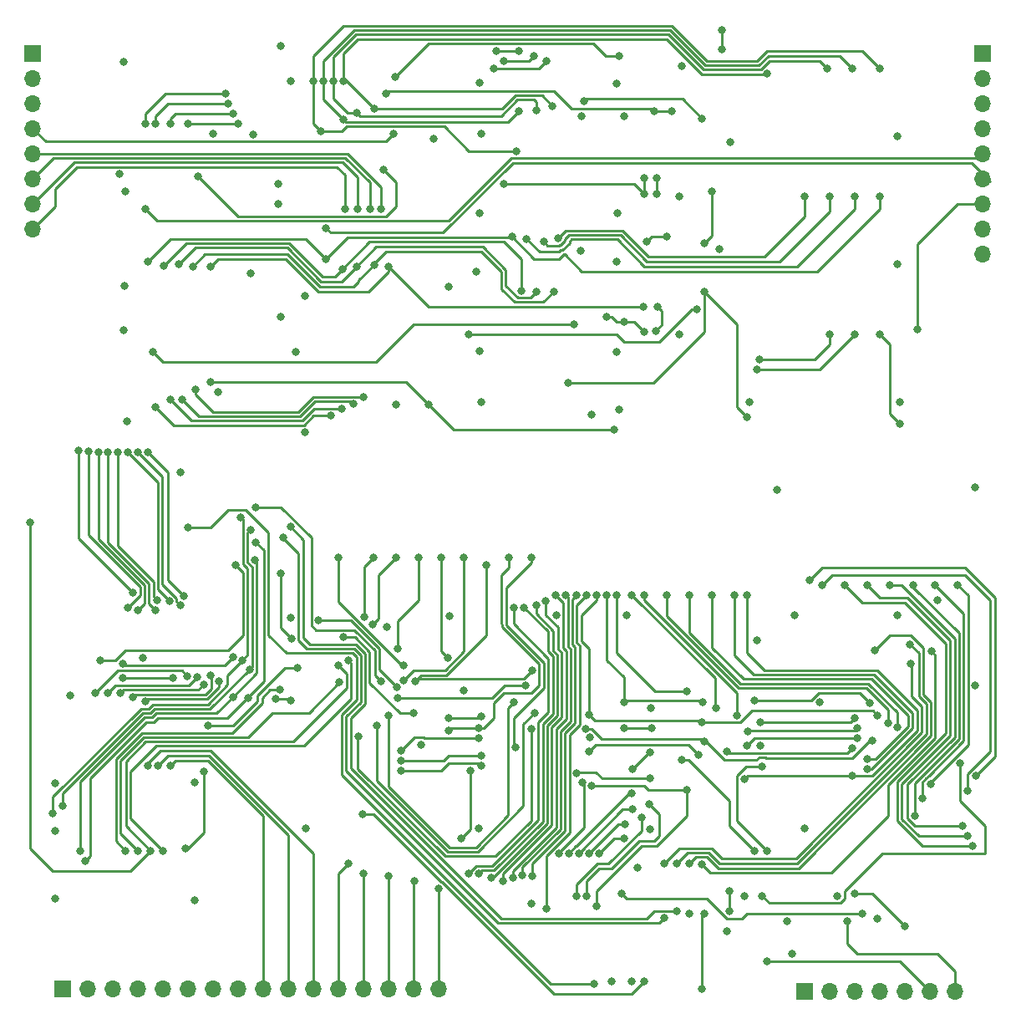
<source format=gbr>
%TF.GenerationSoftware,KiCad,Pcbnew,(6.0.0-0)*%
%TF.CreationDate,2022-03-10T23:02:48-05:00*%
%TF.ProjectId,memory,6d656d6f-7279-42e6-9b69-6361645f7063,rev?*%
%TF.SameCoordinates,Original*%
%TF.FileFunction,Copper,L4,Bot*%
%TF.FilePolarity,Positive*%
%FSLAX46Y46*%
G04 Gerber Fmt 4.6, Leading zero omitted, Abs format (unit mm)*
G04 Created by KiCad (PCBNEW (6.0.0-0)) date 2022-03-10 23:02:48*
%MOMM*%
%LPD*%
G01*
G04 APERTURE LIST*
%TA.AperFunction,ComponentPad*%
%ADD10R,1.700000X1.700000*%
%TD*%
%TA.AperFunction,ComponentPad*%
%ADD11O,1.700000X1.700000*%
%TD*%
%TA.AperFunction,ViaPad*%
%ADD12C,0.800000*%
%TD*%
%TA.AperFunction,Conductor*%
%ADD13C,0.250000*%
%TD*%
G04 APERTURE END LIST*
D10*
%TO.P,J2,1,Pin_1*%
%TO.N,BUS7*%
X84074000Y-27686000D03*
D11*
%TO.P,J2,2,Pin_2*%
%TO.N,BUS6*%
X84074000Y-30226000D03*
%TO.P,J2,3,Pin_3*%
%TO.N,BUS5*%
X84074000Y-32766000D03*
%TO.P,J2,4,Pin_4*%
%TO.N,BUS4*%
X84074000Y-35306000D03*
%TO.P,J2,5,Pin_5*%
%TO.N,BUS3*%
X84074000Y-37846000D03*
%TO.P,J2,6,Pin_6*%
%TO.N,BUS2*%
X84074000Y-40386000D03*
%TO.P,J2,7,Pin_7*%
%TO.N,BUS1*%
X84074000Y-42926000D03*
%TO.P,J2,8,Pin_8*%
%TO.N,BUS0*%
X84074000Y-45466000D03*
%TD*%
D10*
%TO.P,J4,1,Pin_1*%
%TO.N,~{LATCH_CODE_SEG}*%
X180340000Y-27696000D03*
D11*
%TO.P,J4,2,Pin_2*%
%TO.N,~{EN_CODE_SEG}*%
X180340000Y-30236000D03*
%TO.P,J4,3,Pin_3*%
%TO.N,~{ASSERT_CODE_SEG}*%
X180340000Y-32776000D03*
%TO.P,J4,4,Pin_4*%
%TO.N,~{LATCH_DATA_SEG}*%
X180340000Y-35316000D03*
%TO.P,J4,5,Pin_5*%
%TO.N,~{EN_DATA_SEG}*%
X180340000Y-37856000D03*
%TO.P,J4,6,Pin_6*%
%TO.N,~{ASSERT_DATA_SEG}*%
X180340000Y-40396000D03*
%TO.P,J4,7,Pin_7*%
%TO.N,~{LATCH_STACK_SEG}*%
X180340000Y-42936000D03*
%TO.P,J4,8,Pin_8*%
%TO.N,~{EN_STACK_SEG}*%
X180340000Y-45476000D03*
%TO.P,J4,9,Pin_9*%
%TO.N,~{ASSERT_STACK_SEG}*%
X180340000Y-48016000D03*
%TD*%
D10*
%TO.P,J1,1,Pin_1*%
%TO.N,VCC*%
X162306000Y-122682000D03*
D11*
%TO.P,J1,2,Pin_2*%
%TO.N,GND*%
X164846000Y-122682000D03*
%TO.P,J1,3,Pin_3*%
%TO.N,CLOCK*%
X167386000Y-122682000D03*
%TO.P,J1,4,Pin_4*%
%TO.N,RESET*%
X169926000Y-122682000D03*
%TO.P,J1,5,Pin_5*%
%TO.N,~{LATCH_MAR}*%
X172466000Y-122682000D03*
%TO.P,J1,6,Pin_6*%
%TO.N,~{READ}*%
X175006000Y-122682000D03*
%TO.P,J1,7,Pin_7*%
%TO.N,~{WRITE}*%
X177546000Y-122682000D03*
%TD*%
D10*
%TO.P,J3,1,Pin_1*%
%TO.N,A15*%
X87122000Y-122428000D03*
D11*
%TO.P,J3,2,Pin_2*%
%TO.N,A14*%
X89662000Y-122428000D03*
%TO.P,J3,3,Pin_3*%
%TO.N,A13*%
X92202000Y-122428000D03*
%TO.P,J3,4,Pin_4*%
%TO.N,A12*%
X94742000Y-122428000D03*
%TO.P,J3,5,Pin_5*%
%TO.N,A11*%
X97282000Y-122428000D03*
%TO.P,J3,6,Pin_6*%
%TO.N,A10*%
X99822000Y-122428000D03*
%TO.P,J3,7,Pin_7*%
%TO.N,A9*%
X102362000Y-122428000D03*
%TO.P,J3,8,Pin_8*%
%TO.N,A8*%
X104902000Y-122428000D03*
%TO.P,J3,9,Pin_9*%
%TO.N,A7*%
X107442000Y-122428000D03*
%TO.P,J3,10,Pin_10*%
%TO.N,A6*%
X109982000Y-122428000D03*
%TO.P,J3,11,Pin_11*%
%TO.N,A5*%
X112522000Y-122428000D03*
%TO.P,J3,12,Pin_12*%
%TO.N,A4*%
X115062000Y-122428000D03*
%TO.P,J3,13,Pin_13*%
%TO.N,A3*%
X117602000Y-122428000D03*
%TO.P,J3,14,Pin_14*%
%TO.N,A2*%
X120142000Y-122428000D03*
%TO.P,J3,15,Pin_15*%
%TO.N,A1*%
X122682000Y-122428000D03*
%TO.P,J3,16,Pin_16*%
%TO.N,A0*%
X125222000Y-122428000D03*
%TD*%
D12*
%TO.N,VCC*%
X111673212Y-66071581D03*
X144272000Y-84582000D03*
X129321000Y-43907000D03*
X93632420Y-64921822D03*
X154432000Y-116586000D03*
X143256000Y-57912000D03*
X111684110Y-52244922D03*
X87884000Y-92710000D03*
X161036000Y-118872000D03*
X108966000Y-42926000D03*
X93472000Y-41656000D03*
X93294000Y-28524000D03*
X92897125Y-39919033D03*
X129321000Y-57877000D03*
X175768000Y-83058000D03*
X99060000Y-70104000D03*
X161290000Y-84582000D03*
X86360000Y-106426000D03*
X126337920Y-84672642D03*
X143256000Y-30734000D03*
X143291000Y-43907000D03*
X129321000Y-30699000D03*
X169676299Y-115320299D03*
X93294000Y-55702000D03*
X142748000Y-121666000D03*
X110744000Y-57912000D03*
X93396000Y-51232000D03*
X110236000Y-30480000D03*
%TO.N,GND*%
X124714000Y-36322000D03*
X126238000Y-51308000D03*
X129258628Y-106191863D03*
X111760000Y-106172000D03*
X145375698Y-110198500D03*
X153670000Y-47498000D03*
X110236000Y-84836000D03*
X146757422Y-93973289D03*
X119932724Y-85815874D03*
X129032000Y-49792598D03*
X160528000Y-115570000D03*
X156210000Y-113030000D03*
X159512000Y-71882000D03*
X102362000Y-35814000D03*
X129540000Y-62992000D03*
X106426000Y-35909990D03*
X86360000Y-101600000D03*
X100490500Y-101506500D03*
X179578000Y-71628000D03*
X150622000Y-114808000D03*
X162306000Y-106172000D03*
X139700000Y-34036000D03*
X171958000Y-62992000D03*
X139619667Y-47714500D03*
X129540000Y-35814000D03*
X134620000Y-113792000D03*
X109220000Y-54356000D03*
X100490500Y-113444500D03*
X137118968Y-84582000D03*
X165608000Y-113030000D03*
X102870000Y-61976000D03*
X106172000Y-50000500D03*
X171704000Y-84582000D03*
X156718000Y-62992000D03*
X163830000Y-93424011D03*
X144018000Y-34036000D03*
X144780000Y-121666000D03*
X143256000Y-48768000D03*
X157795801Y-97823500D03*
X149606000Y-56134000D03*
X146601346Y-106310642D03*
X127757701Y-92239500D03*
X140716000Y-64262000D03*
X140564342Y-96983179D03*
X123411304Y-97700500D03*
X179578000Y-91694000D03*
X149606000Y-42164000D03*
X109220000Y-26924000D03*
X171704000Y-36068000D03*
X120904000Y-63246000D03*
X86360000Y-113284000D03*
X95250000Y-88900000D03*
X157480000Y-87122000D03*
X154771826Y-36671990D03*
X143472500Y-63805595D03*
X149860000Y-28956000D03*
X171704000Y-49022000D03*
X108966000Y-40894000D03*
%TO.N,/RAM Array/D7*%
X162814000Y-81026000D03*
X179673989Y-100838000D03*
X139762628Y-101536225D03*
X137414000Y-108712000D03*
%TO.N,/RAM Array/D6*%
X178816000Y-102362000D03*
X144764146Y-102653500D03*
X164084000Y-81534000D03*
X138417103Y-108699103D03*
%TO.N,/RAM Array/D5*%
X179324000Y-107950000D03*
X144878097Y-104268810D03*
X166370000Y-81534000D03*
X139437402Y-108703402D03*
%TO.N,/RAM Array/D4*%
X140457701Y-108707701D03*
X168656000Y-81534000D03*
X178816000Y-106934000D03*
X144118120Y-105724500D03*
%TO.N,/RAM Array/D3*%
X141478000Y-108712000D03*
X178308000Y-105918000D03*
X170942000Y-81534000D03*
X143974000Y-107188000D03*
%TO.N,/RAM Array/D2*%
X173468253Y-104878247D03*
X173339619Y-81534000D03*
X145781788Y-105081001D03*
X117475000Y-104775000D03*
X139208497Y-113030000D03*
X146050000Y-121666000D03*
%TO.N,/RAM Array/D1*%
X140208000Y-113030000D03*
X175514000Y-81534000D03*
X174210232Y-103138501D03*
X146558000Y-103731989D03*
%TO.N,/RAM Array/D0*%
X177804299Y-81529701D03*
X141224000Y-114046000D03*
X150368000Y-102324500D03*
X140711701Y-101849701D03*
X175055045Y-101692893D03*
%TO.N,/ADDR15*%
X121035188Y-88015188D03*
X175133000Y-88265000D03*
X151892000Y-109827522D03*
X116078000Y-89154000D03*
X123190000Y-78762383D03*
X97282000Y-108458000D03*
%TO.N,/ADDR14*%
X115062000Y-89662000D03*
X96012000Y-108458000D03*
X83820000Y-75184000D03*
X125476000Y-78762384D03*
X126122949Y-88878748D03*
%TO.N,/ADDR13*%
X119341641Y-91291149D03*
X127762000Y-78762386D03*
X121670300Y-91181700D03*
X106680000Y-73660000D03*
X115175100Y-91391441D03*
X94742000Y-108458000D03*
%TO.N,/ADDR12*%
X130048000Y-79502000D03*
X134657500Y-90207341D03*
X93472000Y-108458000D03*
X122821898Y-91308700D03*
X109130213Y-92164500D03*
%TO.N,/ADDR11*%
X89408000Y-109474000D03*
X140113378Y-96091194D03*
X126238000Y-96266000D03*
X152103098Y-97365011D03*
X169143896Y-97310703D03*
X105918000Y-92964000D03*
X129286000Y-96028497D03*
X132334000Y-78740000D03*
X106680313Y-77216000D03*
%TO.N,/ADDR10*%
X134620000Y-78740000D03*
X167136299Y-98039701D03*
X132989489Y-97996500D03*
X104380016Y-92860287D03*
X154422985Y-98410499D03*
X140425856Y-98432180D03*
X151529159Y-98760268D03*
X106617978Y-78988997D03*
X88900000Y-108458000D03*
%TO.N,/ADDR9*%
X126238000Y-94996000D03*
X129540000Y-94841989D03*
X106034031Y-90072537D03*
X141219701Y-82554299D03*
X115570000Y-86805976D03*
X140422940Y-94642193D03*
X87122000Y-103886000D03*
X122682000Y-94488000D03*
X169672000Y-94742000D03*
X151905679Y-95466500D03*
X106134500Y-75946000D03*
%TO.N,/ADDR8*%
X151972333Y-93392989D03*
X105156000Y-74676000D03*
X105333574Y-89144802D03*
X86106000Y-104648000D03*
X157226000Y-93218000D03*
X113030000Y-85090000D03*
X168910000Y-93472000D03*
X142240000Y-82550000D03*
X143988500Y-93392989D03*
X120963545Y-91888455D03*
%TO.N,/ADDR7*%
X143256000Y-82550000D03*
X121027072Y-93001500D03*
X133989843Y-91731500D03*
X150368002Y-92281011D03*
%TO.N,/ADDR6*%
X132842000Y-93392989D03*
X108667535Y-93050465D03*
X110204993Y-93271913D03*
X153283127Y-94017500D03*
X144780000Y-82550000D03*
X120146299Y-94737701D03*
%TO.N,/ADDR5*%
X155448000Y-94742000D03*
X167386000Y-94996000D03*
X134949018Y-94476683D03*
X118930771Y-95775238D03*
X157824625Y-95466500D03*
X146050000Y-82550000D03*
X95507043Y-93338512D03*
X102922032Y-91303335D03*
%TO.N,/ADDR4*%
X148336000Y-82550000D03*
X170741519Y-95545526D03*
X117056500Y-96857434D03*
X134576046Y-96091011D03*
X167640000Y-96012000D03*
X102101601Y-90732459D03*
X144018000Y-96012000D03*
X146812000Y-96012000D03*
X94234000Y-92889001D03*
X156525090Y-96349813D03*
%TO.N,/ADDR3*%
X101377101Y-91633856D03*
X167640000Y-97028000D03*
X171673791Y-95905906D03*
X150622000Y-82550000D03*
X92964000Y-92456000D03*
X121412000Y-98298000D03*
X156464000Y-97814522D03*
X129286000Y-97028000D03*
%TO.N,/ADDR2*%
X146589683Y-98452011D03*
X144811816Y-100161275D03*
X91694000Y-92456000D03*
X168656000Y-99149500D03*
X152908000Y-82550000D03*
X129540000Y-98806000D03*
X100766138Y-90842825D03*
X121412000Y-99314000D03*
%TO.N,/ADDR1*%
X168656000Y-100149003D03*
X155194000Y-82550000D03*
X90424000Y-92456000D03*
X129540000Y-99805503D03*
X121412000Y-100330000D03*
X99768098Y-90788765D03*
%TO.N,/ADDR0*%
X139192000Y-100584000D03*
X156176167Y-101187989D03*
X156464000Y-82550000D03*
X93218000Y-90932000D03*
X167132000Y-100838000D03*
X146634253Y-101148046D03*
X98298000Y-90932000D03*
%TO.N,~{LATCH_MAR}*%
X172466000Y-116078000D03*
X167386000Y-112776000D03*
%TO.N,~{READ}*%
X158496000Y-119634000D03*
X99822000Y-75692000D03*
X140959000Y-121909000D03*
%TO.N,~{WRITE}*%
X166624000Y-115570000D03*
%TO.N,BUS7*%
X134706346Y-111033029D03*
X95758000Y-68072000D03*
X139157030Y-82576370D03*
X99394759Y-82627827D03*
%TO.N,BUS6*%
X138120893Y-82587500D03*
X94737701Y-68076299D03*
X99032998Y-83611325D03*
X133712646Y-110925482D03*
%TO.N,BUS5*%
X132721489Y-111220145D03*
X93717402Y-68080598D03*
X137074658Y-82587500D03*
X97940225Y-83199627D03*
%TO.N,BUS4*%
X147402764Y-53377500D03*
X143510000Y-27940000D03*
X96702215Y-83091247D03*
X147199218Y-55781899D03*
X92717937Y-68071944D03*
X136071645Y-83121756D03*
X120670234Y-35814001D03*
X147324299Y-40348500D03*
X120777000Y-30099000D03*
X147320000Y-41910000D03*
X131771542Y-111530961D03*
%TO.N,BUS3*%
X135128000Y-83566000D03*
X130570746Y-111176053D03*
X96520000Y-84074000D03*
X136146149Y-28445851D03*
X130810000Y-29210000D03*
X91718435Y-68072000D03*
X119386438Y-43416148D03*
%TO.N,BUS2*%
X133862299Y-83815701D03*
X134874000Y-27940000D03*
X94742000Y-84074000D03*
X90718932Y-68072000D03*
X129279239Y-110759360D03*
X131826000Y-28448000D03*
X118237000Y-43471500D03*
%TO.N,BUS1*%
X89721716Y-68004440D03*
X116982086Y-43471500D03*
X131064000Y-27432000D03*
X93218000Y-89482999D03*
X128270000Y-110744000D03*
X104389563Y-88816399D03*
X133350000Y-27432000D03*
X132842000Y-83820000D03*
X93730299Y-83824299D03*
%TO.N,BUS0*%
X140199402Y-82558598D03*
X90932000Y-89154000D03*
X88725881Y-67918901D03*
X104648000Y-79502000D03*
X94234000Y-82296000D03*
X136144000Y-114300000D03*
X115712086Y-43471500D03*
%TO.N,SEGMENT2*%
X115062000Y-78740000D03*
X121666000Y-89662000D03*
X148082000Y-109728000D03*
X173069989Y-89535000D03*
%TO.N,SEGMENT1*%
X118618002Y-78740000D03*
X117648095Y-84774092D03*
X149352000Y-109728000D03*
X172953340Y-87540500D03*
%TO.N,SEGMENT0*%
X118530533Y-85498592D03*
X150622000Y-109728000D03*
X120904000Y-78740000D03*
X169418000Y-88138000D03*
%TO.N,A7*%
X98044000Y-99822000D03*
%TO.N,A6*%
X96774000Y-99822000D03*
%TO.N,A5*%
X95774497Y-99822000D03*
%TO.N,A4*%
X116078000Y-109728000D03*
%TO.N,A3*%
X117602000Y-110744000D03*
%TO.N,A2*%
X120142000Y-110998000D03*
%TO.N,A1*%
X122762333Y-111543500D03*
%TO.N,A0*%
X125215952Y-112278092D03*
%TO.N,CLOCK*%
X151892000Y-34290000D03*
X138303000Y-61087000D03*
X152160105Y-51853500D03*
X152908000Y-41656000D03*
X156463296Y-64515296D03*
X139954000Y-32512000D03*
X152141700Y-46952500D03*
%TO.N,SEGMENT4*%
X149352000Y-114554000D03*
X110198501Y-75654501D03*
%TO.N,SEGMENT3*%
X109474000Y-76708000D03*
X148082000Y-115278500D03*
%TO.N,/~{EEPROM_EN}*%
X109182546Y-80339943D03*
X152146000Y-114808000D03*
X110888695Y-89916000D03*
X151892000Y-122428000D03*
X110273500Y-86955713D03*
X101849701Y-95762299D03*
%TO.N,~{RAM_WRITE}*%
X168148000Y-114808000D03*
X143764000Y-112776000D03*
%TO.N,~{RAM_EN3}*%
X178054000Y-99568000D03*
X157988000Y-113030000D03*
%TO.N,~{RAM_EN2}*%
X157988000Y-99917988D03*
X158462500Y-108458000D03*
%TO.N,~{RAM_EN1}*%
X157226000Y-108458000D03*
X149884818Y-99256270D03*
%TO.N,~{RAM_EN0}*%
X154686000Y-112522000D03*
X128399532Y-100367500D03*
X154690299Y-114549701D03*
X127508000Y-107188000D03*
%TO.N,LATCH_MAR*%
X99568000Y-108204000D03*
X101433698Y-100412065D03*
%TO.N,/Data Segments/Data Segment/S4*%
X145947813Y-53377500D03*
X146304000Y-46736000D03*
X120142000Y-49276000D03*
X102108000Y-49276000D03*
X148336000Y-46228000D03*
%TO.N,/Data Segments/Data Segment/S3*%
X100330000Y-49276000D03*
X118692999Y-49087525D03*
X162306000Y-42164000D03*
X137297041Y-46407145D03*
X136906000Y-51816000D03*
%TO.N,/Data Segments/Data Segment/S2*%
X135128000Y-51816000D03*
X135852500Y-46787512D03*
X98880999Y-49017701D03*
X116887989Y-49296028D03*
X164846000Y-42164000D03*
%TO.N,/Data Segments/Data Segment/S1*%
X97319500Y-49202113D03*
X115438988Y-49531730D03*
X134126501Y-46458857D03*
X133608299Y-51716478D03*
X167386000Y-42164000D03*
%TO.N,/Data Segments/Data Segment/S0*%
X95758000Y-48768000D03*
X113792000Y-48514000D03*
X169926000Y-42164000D03*
X132642009Y-46231202D03*
%TO.N,/Data Segments/Code Segment/S4*%
X119888000Y-31750000D03*
X148844000Y-33528000D03*
X147066000Y-33528000D03*
X100838000Y-40132000D03*
X119596500Y-39434587D03*
%TO.N,/Data Segments/Code Segment/S3*%
X99822000Y-34798000D03*
X158475634Y-29748372D03*
X115565701Y-30484299D03*
X136756429Y-33015672D03*
X104902000Y-34798000D03*
X118713989Y-33327019D03*
%TO.N,/Data Segments/Code Segment/S2*%
X114554000Y-30480000D03*
X98044000Y-34798000D03*
X164592000Y-29210000D03*
X104394000Y-33782000D03*
X116877500Y-33679759D03*
X135088467Y-33419997D03*
%TO.N,/Data Segments/Code Segment/S1*%
X96520000Y-34798000D03*
X167132000Y-29210000D03*
X103886000Y-32766000D03*
X133350000Y-33528000D03*
X115548497Y-34379206D03*
X113538000Y-30480000D03*
%TO.N,/Data Segments/Code Segment/S0*%
X113284000Y-35560000D03*
X95504000Y-34798000D03*
X133096000Y-37592000D03*
X103632000Y-31750000D03*
X112522000Y-30480000D03*
X169926000Y-29210000D03*
%TO.N,/Data Segments/Stack Segment/S4*%
X102108000Y-60960000D03*
X124206000Y-63246000D03*
X143002000Y-65786000D03*
%TO.N,/Data Segments/Stack Segment/S3*%
X100584000Y-61722000D03*
X117602000Y-62484000D03*
%TO.N,/Data Segments/Stack Segment/S2*%
X164846000Y-56134000D03*
X116586000Y-63208500D03*
X157734000Y-58674000D03*
X99224500Y-62738000D03*
%TO.N,/Data Segments/Stack Segment/S1*%
X98044000Y-62775500D03*
X115396333Y-63658011D03*
X167386000Y-56134000D03*
X157480000Y-59690000D03*
%TO.N,/Data Segments/Stack Segment/S0*%
X171958000Y-65239796D03*
X169926000Y-56134000D03*
X114300000Y-64382511D03*
X96520000Y-63500000D03*
%TO.N,RESET*%
X146050000Y-40348500D03*
X131826000Y-40894000D03*
X144022299Y-54868299D03*
X146050000Y-41910000D03*
X146050000Y-55880000D03*
X142240000Y-54356000D03*
%TO.N,~{EN_DATA_SEG}*%
X95504000Y-43434000D03*
%TO.N,~{ASSERT_DATA_SEG}*%
X113792000Y-45370011D03*
%TO.N,~{LATCH_CODE_SEG}*%
X153897680Y-27298511D03*
X153924000Y-25353692D03*
%TO.N,~{LATCH_STACK_SEG}*%
X173736000Y-55626000D03*
%TO.N,~{EN_STACK_SEG}*%
X96266000Y-57912000D03*
X138938000Y-55118000D03*
%TO.N,~{ASSERT_STACK_SEG}*%
X151384000Y-53594000D03*
X128270000Y-56134000D03*
%TD*%
D13*
%TO.N,/RAM Array/D7*%
X181610000Y-98901989D02*
X179673989Y-100838000D01*
X164084000Y-79756000D02*
X178562000Y-79756000D01*
X139954000Y-106137606D02*
X139954000Y-101727597D01*
X139954000Y-101727597D02*
X139762628Y-101536225D01*
X162814000Y-81026000D02*
X164084000Y-79756000D01*
X137414000Y-108712000D02*
X137414000Y-108677606D01*
X178562000Y-79756000D02*
X181610000Y-82804000D01*
X181610000Y-82804000D02*
X181610000Y-98901989D01*
X137414000Y-108677606D02*
X139954000Y-106137606D01*
%TO.N,/RAM Array/D6*%
X181102000Y-98385389D02*
X181102000Y-83058000D01*
X138417103Y-108699103D02*
X139133006Y-107983200D01*
X181102000Y-83058000D02*
X178562000Y-80518000D01*
X139133006Y-107983200D02*
X139158800Y-107983200D01*
X178816000Y-102362000D02*
X178816000Y-100671389D01*
X144488500Y-102653500D02*
X144764146Y-102653500D01*
X165100000Y-80518000D02*
X164084000Y-81534000D01*
X178562000Y-80518000D02*
X165100000Y-80518000D01*
X178816000Y-100671389D02*
X181102000Y-98385389D01*
X139158800Y-107983200D02*
X144488500Y-102653500D01*
%TO.N,/RAM Array/D5*%
X176605945Y-96574576D02*
X176605945Y-87451945D01*
X172466000Y-83312000D02*
X168148000Y-83312000D01*
X171704000Y-101476521D02*
X176605945Y-96574576D01*
X168148000Y-83312000D02*
X166370000Y-81534000D01*
X171704000Y-105410000D02*
X171704000Y-101476521D01*
X139437402Y-108703402D02*
X143871994Y-104268810D01*
X176605945Y-87451945D02*
X172466000Y-83312000D01*
X174244000Y-107950000D02*
X171704000Y-105410000D01*
X179324000Y-107950000D02*
X174244000Y-107950000D01*
X143871994Y-104268810D02*
X144878097Y-104268810D01*
%TO.N,/RAM Array/D4*%
X172720000Y-82804000D02*
X169926000Y-82804000D01*
X172153511Y-101662714D02*
X177055456Y-96760769D01*
X177055456Y-96760769D02*
X177055455Y-87139455D01*
X177055455Y-87139455D02*
X172720000Y-82804000D01*
X169926000Y-82804000D02*
X168656000Y-81534000D01*
X172153511Y-105223807D02*
X172153511Y-101662714D01*
X178816000Y-106934000D02*
X173863704Y-106934000D01*
X140457701Y-108707701D02*
X143440902Y-105724500D01*
X143440902Y-105724500D02*
X144118120Y-105724500D01*
X173863704Y-106934000D02*
X172153511Y-105223807D01*
%TO.N,/RAM Array/D3*%
X177504967Y-96946962D02*
X177504965Y-86953261D01*
X177504965Y-86953261D02*
X172085704Y-81534000D01*
X173483408Y-105918000D02*
X172720000Y-105154592D01*
X172720000Y-101731929D02*
X177504967Y-96946962D01*
X141478000Y-108712000D02*
X143002000Y-107188000D01*
X143002000Y-107188000D02*
X143974000Y-107188000D01*
X178308000Y-105918000D02*
X173483408Y-105918000D01*
X172085704Y-81534000D02*
X170942000Y-81534000D01*
X172720000Y-105154592D02*
X172720000Y-101731929D01*
%TO.N,/RAM Array/D2*%
X125425422Y-111584533D02*
X125554532Y-111584532D01*
X117475000Y-104775000D02*
X118615889Y-104775000D01*
X136906000Y-122936000D02*
X144780000Y-122936000D01*
X145781788Y-106430894D02*
X145781788Y-105081001D01*
X177954477Y-86388181D02*
X177954477Y-97133162D01*
X139208497Y-113030000D02*
X139208497Y-111869799D01*
X177954477Y-97133162D02*
X173468253Y-101619386D01*
X141291806Y-109786490D02*
X142426193Y-109786489D01*
X144780000Y-122936000D02*
X146050000Y-121666000D01*
X125554532Y-111584532D02*
X136906000Y-122936000D01*
X139208497Y-111869799D02*
X141291806Y-109786490D01*
X142426193Y-109786489D02*
X145781788Y-106430894D01*
X173339619Y-81773323D02*
X177954477Y-86388181D01*
X173468253Y-101619386D02*
X173468253Y-104878247D01*
X173339619Y-81534000D02*
X173339619Y-81773323D01*
X118615889Y-104775000D02*
X125425422Y-111584533D01*
%TO.N,/RAM Array/D1*%
X174903748Y-100819590D02*
X174602557Y-101120781D01*
X174903753Y-100819590D02*
X174903748Y-100819590D01*
X175514000Y-81534000D02*
X178403988Y-84423988D01*
X145542000Y-107442000D02*
X147066000Y-107442000D01*
X140208000Y-111506000D02*
X141478000Y-110236000D01*
X140208000Y-113030000D02*
X140208000Y-111506000D01*
X147574000Y-106934000D02*
X147574000Y-104747989D01*
X147574000Y-104747989D02*
X146558000Y-103731989D01*
X174602557Y-101120781D02*
X174210232Y-101513112D01*
X178403988Y-84423988D02*
X178403987Y-97319356D01*
X141478000Y-110236000D02*
X142748000Y-110236000D01*
X142748000Y-110236000D02*
X145542000Y-107442000D01*
X178403987Y-97319356D02*
X174903753Y-100819590D01*
X174210232Y-101513112D02*
X174210232Y-103138501D01*
X147066000Y-107442000D02*
X147574000Y-106934000D01*
%TO.N,/RAM Array/D0*%
X150326489Y-102282989D02*
X150368000Y-102324500D01*
X147320000Y-107950000D02*
X150368000Y-104902000D01*
X150368000Y-104902000D02*
X150368000Y-102324500D01*
X178853499Y-97743901D02*
X175055045Y-101542355D01*
X140711701Y-101849701D02*
X146045701Y-101849701D01*
X175055045Y-101542355D02*
X175055045Y-101692893D01*
X177804299Y-81529701D02*
X178853499Y-82578901D01*
X141224000Y-114046000D02*
X141224000Y-112522000D01*
X146045701Y-101849701D02*
X146478989Y-102282989D01*
X146478989Y-102282989D02*
X150326489Y-102282989D01*
X145796000Y-107950000D02*
X147320000Y-107950000D01*
X141224000Y-112522000D02*
X145796000Y-107950000D01*
X178853499Y-82578901D02*
X178853499Y-97743901D01*
%TO.N,/ADDR15*%
X121035188Y-85212812D02*
X123190000Y-83058000D01*
X175133000Y-88265000D02*
X175534043Y-88666043D01*
X96587807Y-97848489D02*
X111572399Y-97848489D01*
X123190000Y-83058000D02*
X123190000Y-78762383D01*
X93980000Y-100456296D02*
X96587807Y-97848489D01*
X116349111Y-89425111D02*
X116078000Y-89154000D01*
X111572399Y-97848489D02*
X116349111Y-93071777D01*
X165033601Y-110685511D02*
X152749989Y-110685511D01*
X175534043Y-97010773D02*
X170766532Y-101778284D01*
X116349111Y-93071777D02*
X116349111Y-89425111D01*
X97282000Y-108458000D02*
X93980000Y-105156000D01*
X170766532Y-101778284D02*
X170766532Y-104952580D01*
X175534043Y-88666043D02*
X175534043Y-97010773D01*
X170766532Y-104952580D02*
X165033601Y-110685511D01*
X152749989Y-110685511D02*
X151892000Y-109827522D01*
X121035188Y-88015188D02*
X121035188Y-85212812D01*
X93980000Y-105156000D02*
X93980000Y-100456296D01*
%TO.N,/ADDR14*%
X86106000Y-110490000D02*
X93980000Y-110490000D01*
X83820000Y-75184000D02*
X83820000Y-108204000D01*
X93530490Y-105976490D02*
X93530490Y-99381806D01*
X96012000Y-108458000D02*
X93530490Y-105976490D01*
X126122949Y-88878748D02*
X125476000Y-88231799D01*
X115899600Y-90550780D02*
X115062000Y-89713180D01*
X95513318Y-97398978D02*
X110473947Y-97398978D01*
X115899600Y-91973325D02*
X115899600Y-90550780D01*
X115062000Y-89713180D02*
X115062000Y-89662000D01*
X93530490Y-99381806D02*
X95513318Y-97398978D01*
X83820000Y-108204000D02*
X86106000Y-110490000D01*
X125476000Y-88231799D02*
X125476000Y-78762384D01*
X110473947Y-97398978D02*
X115899600Y-91973325D01*
X93980000Y-110490000D02*
X96012000Y-108458000D01*
%TO.N,/ADDR13*%
X109228600Y-73660000D02*
X112305499Y-76736899D01*
X112305499Y-85644099D02*
X112742875Y-86081475D01*
X112742875Y-86081475D02*
X116643312Y-86081475D01*
X121670300Y-91181700D02*
X122682000Y-90170000D01*
X112305499Y-76736899D02*
X112305499Y-85644099D01*
X116643312Y-86081475D02*
X118755022Y-88193185D01*
X118755022Y-88193185D02*
X118755022Y-90704530D01*
X94742000Y-108458000D02*
X92964000Y-106680000D01*
X105937682Y-96949470D02*
X108399152Y-94488000D01*
X92964000Y-106680000D02*
X92964000Y-99312592D01*
X92964000Y-99312592D02*
X95327122Y-96949470D01*
X118755022Y-90704530D02*
X119341641Y-91291149D01*
X95327122Y-96949470D02*
X105937682Y-96949470D01*
X112078541Y-94488000D02*
X115175100Y-91391441D01*
X108399152Y-94488000D02*
X112078541Y-94488000D01*
X125856296Y-90170000D02*
X127762000Y-88264296D01*
X127762000Y-88264296D02*
X127762000Y-78762386D01*
X106680000Y-73660000D02*
X109228600Y-73660000D01*
X122682000Y-90170000D02*
X125856296Y-90170000D01*
%TO.N,/ADDR12*%
X125984000Y-90678000D02*
X123452598Y-90678000D01*
X108142833Y-92164500D02*
X109130213Y-92164500D01*
X133857842Y-91006999D02*
X134657500Y-90207341D01*
X92514490Y-107500490D02*
X92514490Y-99126398D01*
X95140929Y-96499959D02*
X104304944Y-96499959D01*
X123452598Y-90678000D02*
X122821898Y-91308700D01*
X92514490Y-99126398D02*
X95140929Y-96499959D01*
X104304944Y-96499959D02*
X107305820Y-93499083D01*
X93472000Y-108458000D02*
X92514490Y-107500490D01*
X130048000Y-86614000D02*
X125984000Y-90678000D01*
X130048000Y-79502000D02*
X130048000Y-86614000D01*
X122821898Y-91308700D02*
X123123599Y-91006999D01*
X107305820Y-93001513D02*
X108142833Y-92164500D01*
X123123599Y-91006999D02*
X133857842Y-91006999D01*
X107305820Y-93499083D02*
X107305820Y-93001513D01*
%TO.N,/ADDR11*%
X131630490Y-85784194D02*
X135382000Y-89535704D01*
X135382000Y-89535704D02*
X135382000Y-91694000D01*
X107483032Y-91272672D02*
X107483032Y-78018719D01*
X131630489Y-85530193D02*
X131630490Y-85784194D01*
X157687901Y-98997510D02*
X158288099Y-98997510D01*
X167103101Y-99097499D02*
X168889897Y-97310703D01*
X103759704Y-94996000D02*
X107483032Y-91272672D01*
X89916000Y-108966000D02*
X89916000Y-101088997D01*
X135382000Y-91694000D02*
X134620000Y-92456000D01*
X140113378Y-96091194D02*
X140696957Y-96091194D01*
X126238000Y-96266000D02*
X126492000Y-96012000D01*
X141754274Y-97148511D02*
X151886598Y-97148511D01*
X157408910Y-99276501D02*
X157687901Y-98997510D01*
X130810000Y-94996000D02*
X129777503Y-96028497D01*
X152291819Y-97365011D02*
X154203309Y-99276501D01*
X95593452Y-95411545D02*
X96365724Y-95411543D01*
X134620000Y-92456000D02*
X131826000Y-92456000D01*
X107483032Y-78018719D02*
X106680313Y-77216000D01*
X151886598Y-97148511D02*
X152103098Y-97365011D01*
X132334000Y-79756000D02*
X131572000Y-80518000D01*
X89916000Y-101088997D02*
X95593452Y-95411545D01*
X168889897Y-97310703D02*
X169143896Y-97310703D01*
X131572000Y-85471704D02*
X131630489Y-85530193D01*
X96365724Y-95411543D02*
X96781267Y-94996000D01*
X154203309Y-99276501D02*
X157408910Y-99276501D01*
X130810000Y-93472000D02*
X130810000Y-94996000D01*
X89408000Y-109474000D02*
X89916000Y-108966000D01*
X129269503Y-96012000D02*
X129286000Y-96028497D01*
X152103098Y-97365011D02*
X152291819Y-97365011D01*
X129777503Y-96028497D02*
X129286000Y-96028497D01*
X126492000Y-96012000D02*
X129269503Y-96012000D01*
X158388088Y-99097499D02*
X167103101Y-99097499D01*
X158288099Y-98997510D02*
X158388088Y-99097499D01*
X131572000Y-80518000D02*
X131572000Y-85471704D01*
X132334000Y-78740000D02*
X132334000Y-79756000D01*
X131826000Y-92456000D02*
X130810000Y-93472000D01*
X96781267Y-94996000D02*
X103759704Y-94996000D01*
X140696957Y-96091194D02*
X141754274Y-97148511D01*
%TO.N,/ADDR10*%
X132080000Y-81788000D02*
X132080000Y-85598000D01*
X88900000Y-101469293D02*
X95407259Y-94962034D01*
X88900000Y-108458000D02*
X88900000Y-101469293D01*
X132842000Y-94996000D02*
X132842000Y-97849011D01*
X106758531Y-79129550D02*
X106758531Y-90481772D01*
X102693814Y-94546489D02*
X104380016Y-92860287D01*
X154560486Y-98548000D02*
X166628000Y-98548000D01*
X141130526Y-97727510D02*
X150496401Y-97727510D01*
X106617978Y-78988997D02*
X106758531Y-79129550D01*
X96179530Y-94962033D02*
X96595074Y-94546489D01*
X95407259Y-94962034D02*
X96179530Y-94962033D01*
X134620000Y-79248000D02*
X132080000Y-81788000D01*
X135890000Y-91948000D02*
X132842000Y-94996000D01*
X134620000Y-78740000D02*
X134620000Y-79248000D01*
X154422985Y-98410499D02*
X154560486Y-98548000D01*
X132080000Y-85598000D02*
X135890000Y-89408000D01*
X106758531Y-90481772D02*
X104380016Y-92860287D01*
X132842000Y-97849011D02*
X132989489Y-97996500D01*
X150496401Y-97727510D02*
X151529159Y-98760268D01*
X135890000Y-89408000D02*
X135890000Y-91948000D01*
X96595074Y-94546489D02*
X102693814Y-94546489D01*
X140425856Y-98432180D02*
X141130526Y-97727510D01*
X166628000Y-98548000D02*
X167136299Y-98039701D01*
%TO.N,/ADDR9*%
X139700000Y-84582000D02*
X141219701Y-83062299D01*
X106134500Y-75946000D02*
X105859511Y-76220989D01*
X105859511Y-76220989D02*
X105859511Y-79255130D01*
X141030747Y-95250000D02*
X151689179Y-95250000D01*
X95220692Y-94512523D02*
X95993336Y-94512523D01*
X95993336Y-94512523D02*
X96408881Y-94096978D01*
X102033633Y-94096978D02*
X106034031Y-90096580D01*
X87122000Y-103886000D02*
X87122000Y-102611215D01*
X151689179Y-95250000D02*
X151905679Y-95466500D01*
X140422940Y-94642193D02*
X140422940Y-87965607D01*
X87122000Y-102611215D02*
X95220692Y-94512523D01*
X126238000Y-94996000D02*
X126270994Y-95028994D01*
X169201499Y-94271499D02*
X156943101Y-94271499D01*
X106309020Y-89797548D02*
X106034031Y-90072537D01*
X106034031Y-90096580D02*
X106034031Y-90072537D01*
X156943101Y-94271499D02*
X155748099Y-95466501D01*
X141219701Y-83062299D02*
X141219701Y-82554299D01*
X106309020Y-79704639D02*
X106309020Y-89797548D01*
X139700000Y-87242667D02*
X139700000Y-84582000D01*
X169672000Y-94742000D02*
X169201499Y-94271499D01*
X105859511Y-79255130D02*
X106309020Y-79704639D01*
X140422940Y-87965607D02*
X139700000Y-87242667D01*
X129352995Y-95028994D02*
X129540000Y-94841989D01*
X126270994Y-95028994D02*
X129352995Y-95028994D01*
X96408881Y-94096978D02*
X102033633Y-94096978D01*
X118221452Y-91423748D02*
X118221452Y-88295320D01*
X116732108Y-86805976D02*
X115570000Y-86805976D01*
X155748099Y-95466501D02*
X151905679Y-95466500D01*
X121285704Y-94488000D02*
X118221452Y-91423748D01*
X140422940Y-94642193D02*
X141030747Y-95250000D01*
X118221452Y-88295320D02*
X116732108Y-86805976D01*
X122682000Y-94488000D02*
X121285704Y-94488000D01*
%TO.N,/ADDR8*%
X96222688Y-93647467D02*
X101806237Y-93647467D01*
X95807142Y-94063013D02*
X96222688Y-93647467D01*
X167894000Y-92456000D02*
X168910000Y-93472000D01*
X86106000Y-102991323D02*
X95034310Y-94063013D01*
X103822852Y-90655524D02*
X105333574Y-89144802D01*
X103822852Y-91630852D02*
X103822852Y-90655524D01*
X142240000Y-89154000D02*
X143988500Y-90902500D01*
X144097011Y-93392989D02*
X144272000Y-93218000D01*
X113030000Y-85090000D02*
X116287541Y-85090000D01*
X105156000Y-74676000D02*
X105372501Y-74892501D01*
X119204532Y-88006991D02*
X119204532Y-90129442D01*
X162941704Y-93218000D02*
X163703704Y-92456000D01*
X86106000Y-104648000D02*
X86106000Y-102991323D01*
X157226000Y-93218000D02*
X162941704Y-93218000D01*
X119204532Y-90129442D02*
X120963545Y-91888455D01*
X144272000Y-93218000D02*
X151797344Y-93218000D01*
X101806237Y-93647467D02*
X103822852Y-91630852D01*
X143988500Y-90902500D02*
X143988500Y-93392989D01*
X163703704Y-92456000D02*
X167894000Y-92456000D01*
X105859510Y-79890833D02*
X105859510Y-88618866D01*
X105372501Y-74892501D02*
X105372501Y-79403824D01*
X151797344Y-93218000D02*
X151972333Y-93392989D01*
X105372501Y-79403824D02*
X105859510Y-79890833D01*
X105859510Y-88618866D02*
X105333574Y-89144802D01*
X143988500Y-93392989D02*
X144097011Y-93392989D01*
X142240000Y-82550000D02*
X142240000Y-89154000D01*
X116287541Y-85090000D02*
X119204532Y-88006991D01*
X95034310Y-94063013D02*
X95807142Y-94063013D01*
%TO.N,/ADDR7*%
X143256000Y-88392000D02*
X147145011Y-92281011D01*
X147145011Y-92281011D02*
X150368002Y-92281011D01*
X131914796Y-91731500D02*
X133989843Y-91731500D01*
X121027072Y-93001500D02*
X130644796Y-93001500D01*
X130644796Y-93001500D02*
X131914796Y-91731500D01*
X143256000Y-82550000D02*
X143256000Y-88392000D01*
%TO.N,/ADDR6*%
X132842000Y-93392989D02*
X132264988Y-93970001D01*
X126288579Y-108125467D02*
X120146299Y-101983187D01*
X128981421Y-108125467D02*
X126288579Y-108125467D01*
X120146299Y-101983187D02*
X120146299Y-94737701D01*
X109983545Y-93050465D02*
X108667535Y-93050465D01*
X144780000Y-82550000D02*
X153220489Y-90990489D01*
X153220489Y-93954862D02*
X153283127Y-94017500D01*
X132264988Y-93970001D02*
X132264988Y-104841900D01*
X153220489Y-90990489D02*
X153220489Y-93954862D01*
X132264988Y-104841900D02*
X128981421Y-108125467D01*
X110204993Y-93271913D02*
X109983545Y-93050465D01*
%TO.N,/ADDR5*%
X101753069Y-93063523D02*
X102591477Y-92225115D01*
X133799511Y-103943081D02*
X133799511Y-95626190D01*
X102591477Y-92225115D02*
X102592885Y-92225115D01*
X118930771Y-95775238D02*
X118930771Y-101403363D01*
X95782032Y-93063523D02*
X101753069Y-93063523D01*
X129167615Y-108574977D02*
X133799511Y-103943081D01*
X118930771Y-101403363D02*
X126102385Y-108574977D01*
X155448000Y-92457408D02*
X155448000Y-94742000D01*
X133799511Y-95626190D02*
X134949018Y-94476683D01*
X157824625Y-95466500D02*
X166915500Y-95466500D01*
X95507043Y-93338512D02*
X95782032Y-93063523D01*
X146050000Y-82550000D02*
X146050000Y-83059408D01*
X166915500Y-95466500D02*
X167386000Y-94996000D01*
X146050000Y-83059408D02*
X155448000Y-92457408D01*
X126102385Y-108574977D02*
X129167615Y-108574977D01*
X102922032Y-91895968D02*
X102922032Y-91303335D01*
X102592885Y-92225115D02*
X102922032Y-91895968D01*
%TO.N,/ADDR4*%
X168548337Y-91968041D02*
X170741519Y-94161223D01*
X130984836Y-109024489D02*
X125916193Y-109024489D01*
X101566876Y-92614012D02*
X102141967Y-92038921D01*
X134576046Y-105433279D02*
X130984836Y-109024489D01*
X148336000Y-84709704D02*
X155594337Y-91968041D01*
X102141967Y-90772825D02*
X102101601Y-90732459D01*
X125916193Y-109024489D02*
X117035510Y-100143806D01*
X146812000Y-96012000D02*
X144018000Y-96012000D01*
X148336000Y-82550000D02*
X148336000Y-84709704D01*
X117035510Y-100143806D02*
X117035510Y-96878424D01*
X167348500Y-96303500D02*
X156571403Y-96303500D01*
X94508989Y-92614012D02*
X101566876Y-92614012D01*
X117035510Y-96878424D02*
X117056500Y-96857434D01*
X156571403Y-96303500D02*
X156525090Y-96349813D01*
X102141967Y-92038921D02*
X102141967Y-90772825D01*
X170741519Y-94161223D02*
X170741519Y-95545526D01*
X134576046Y-96091011D02*
X134576046Y-105433279D01*
X167640000Y-96012000D02*
X167348500Y-96303500D01*
X94234000Y-92889001D02*
X94508989Y-92614012D01*
X155594337Y-91968041D02*
X168548337Y-91968041D01*
%TO.N,/ADDR3*%
X150622000Y-82550000D02*
X150622000Y-86360000D01*
X155780531Y-91518531D02*
X168734531Y-91518531D01*
X171673791Y-94457791D02*
X171673791Y-95905906D01*
X129286000Y-97028000D02*
X123763404Y-97028000D01*
X168734531Y-91518531D02*
X171673791Y-94457791D01*
X92964000Y-92456000D02*
X93255499Y-92164501D01*
X157250522Y-97028000D02*
X156464000Y-97814522D01*
X150622000Y-86360000D02*
X155780531Y-91518531D01*
X123711403Y-96975999D02*
X122734001Y-96975999D01*
X122734001Y-96975999D02*
X121412000Y-98298000D01*
X167640000Y-97028000D02*
X157250522Y-97028000D01*
X93255499Y-92164501D02*
X100846456Y-92164501D01*
X100846456Y-92164501D02*
X101377101Y-91633856D01*
X123763404Y-97028000D02*
X123711403Y-96975999D01*
%TO.N,/ADDR2*%
X156093021Y-91069021D02*
X169047021Y-91069021D01*
X172778489Y-94800489D02*
X172778489Y-95825807D01*
X92456000Y-91694000D02*
X99914963Y-91694000D01*
X129540000Y-98806000D02*
X126238000Y-98806000D01*
X91694000Y-92456000D02*
X92456000Y-91694000D01*
X172778489Y-95825807D02*
X169454796Y-99149500D01*
X144811816Y-100161275D02*
X146521080Y-98452011D01*
X126238000Y-98806000D02*
X125730000Y-99314000D01*
X169047021Y-91069021D02*
X172778489Y-94800489D01*
X125730000Y-99314000D02*
X121412000Y-99314000D01*
X152908000Y-82550000D02*
X152908000Y-87884000D01*
X152908000Y-87884000D02*
X156093021Y-91069021D01*
X169454796Y-99149500D02*
X168656000Y-99149500D01*
X99914963Y-91694000D02*
X100766138Y-90842825D01*
X146521080Y-98452011D02*
X146589683Y-98452011D01*
%TO.N,/ADDR1*%
X125476000Y-100330000D02*
X121412000Y-100330000D01*
X129302497Y-99568000D02*
X126238000Y-99568000D01*
X155194000Y-82550000D02*
X155194000Y-88646000D01*
X126238000Y-99568000D02*
X125476000Y-100330000D01*
X173228000Y-96012000D02*
X169090997Y-100149003D01*
X169090997Y-100149003D02*
X168656000Y-100149003D01*
X155194000Y-88646000D02*
X157167511Y-90619511D01*
X173228000Y-94488000D02*
X173228000Y-96012000D01*
X129540000Y-99805503D02*
X129302497Y-99568000D01*
X92672501Y-90207499D02*
X99186832Y-90207499D01*
X99186832Y-90207499D02*
X99768098Y-90788765D01*
X169359511Y-90619511D02*
X173228000Y-94488000D01*
X90424000Y-92456000D02*
X92672501Y-90207499D01*
X157167511Y-90619511D02*
X169359511Y-90619511D01*
%TO.N,/ADDR0*%
X141792725Y-101148046D02*
X141152333Y-100507654D01*
X158242000Y-90170000D02*
X169672000Y-90170000D01*
X156530455Y-100833701D02*
X156176167Y-101187989D01*
X169672000Y-90170000D02*
X173736000Y-94234000D01*
X156464000Y-82550000D02*
X156464000Y-88392000D01*
X139268346Y-100507654D02*
X139192000Y-100584000D01*
X169128496Y-100873504D02*
X167167504Y-100873504D01*
X173736000Y-96266000D02*
X169128496Y-100873504D01*
X167127701Y-100833701D02*
X156530455Y-100833701D01*
X141152333Y-100507654D02*
X139268346Y-100507654D01*
X146634253Y-101148046D02*
X141792725Y-101148046D01*
X167167504Y-100873504D02*
X167132000Y-100838000D01*
X98298000Y-90932000D02*
X93218000Y-90932000D01*
X156464000Y-88392000D02*
X158242000Y-90170000D01*
X173736000Y-94234000D02*
X173736000Y-96266000D01*
X167132000Y-100838000D02*
X167127701Y-100833701D01*
%TO.N,~{LATCH_MAR}*%
X169164000Y-112776000D02*
X172466000Y-116078000D01*
X167386000Y-112776000D02*
X169164000Y-112776000D01*
%TO.N,~{READ}*%
X107950000Y-76200000D02*
X107950000Y-86614000D01*
X99822000Y-75692000D02*
X102108000Y-75692000D01*
X109765499Y-88429499D02*
X116448519Y-88429499D01*
X115374489Y-94682103D02*
X115374489Y-100768785D01*
X175006000Y-122682000D02*
X171958000Y-119634000D01*
X115374489Y-100768785D02*
X136514704Y-121909000D01*
X102108000Y-75692000D02*
X103886000Y-73914000D01*
X116448519Y-88429499D02*
X116872921Y-88853901D01*
X116872921Y-88853901D02*
X116872921Y-93183671D01*
X107950000Y-86614000D02*
X109765499Y-88429499D01*
X103886000Y-73914000D02*
X105664000Y-73914000D01*
X171958000Y-119634000D02*
X158496000Y-119634000D01*
X105664000Y-73914000D02*
X107950000Y-76200000D01*
X116872921Y-93183671D02*
X115374489Y-94682103D01*
X136514704Y-121909000D02*
X140959000Y-121909000D01*
%TO.N,~{WRITE}*%
X166624000Y-117856000D02*
X166624000Y-115570000D01*
X167640000Y-118872000D02*
X166624000Y-117856000D01*
X177546000Y-122682000D02*
X177546000Y-120650000D01*
X177546000Y-120650000D02*
X177038000Y-120142000D01*
X175768000Y-118872000D02*
X167640000Y-118872000D01*
X177038000Y-120142000D02*
X175768000Y-118872000D01*
%TO.N,BUS7*%
X134706346Y-109759350D02*
X138017989Y-106447707D01*
X97790000Y-70104000D02*
X95758000Y-68072000D01*
X138742490Y-87556564D02*
X138742490Y-82990910D01*
X138742490Y-82990910D02*
X139157030Y-82576370D01*
X139036577Y-95507691D02*
X139036577Y-87850652D01*
X99394759Y-82627827D02*
X97790000Y-81023068D01*
X139036577Y-87850652D02*
X138742490Y-87556564D01*
X134706346Y-111033029D02*
X134706346Y-109759350D01*
X138017989Y-96526279D02*
X139036577Y-95507691D01*
X138017989Y-106447707D02*
X138017989Y-96526279D01*
X97790000Y-81023068D02*
X97790000Y-70104000D01*
%TO.N,BUS6*%
X137568478Y-106261514D02*
X133712646Y-110117346D01*
X138292979Y-82759586D02*
X138292979Y-87742756D01*
X97206054Y-81440856D02*
X97206054Y-70544652D01*
X98664726Y-83243053D02*
X98664726Y-82899528D01*
X138292979Y-87742756D02*
X138587066Y-88036845D01*
X138120893Y-82587500D02*
X138292979Y-82759586D01*
X98664726Y-82899528D02*
X97206054Y-81440856D01*
X97206054Y-70544652D02*
X94737701Y-68076299D01*
X138587066Y-88036845D02*
X138587066Y-95321498D01*
X137568479Y-96340085D02*
X137568478Y-106261514D01*
X133712646Y-110117346D02*
X133712646Y-110925482D01*
X99032998Y-83611325D02*
X98664726Y-83243053D01*
X138587066Y-95321498D02*
X137568479Y-96340085D01*
%TO.N,BUS5*%
X137843468Y-83356310D02*
X137843468Y-87928948D01*
X137118968Y-96153892D02*
X137118967Y-106075291D01*
X137843468Y-87928948D02*
X138137555Y-88223037D01*
X96756543Y-71119739D02*
X93717402Y-68080598D01*
X132721489Y-110472769D02*
X132721489Y-111220145D01*
X138137555Y-88223037D02*
X138137555Y-95135305D01*
X138137555Y-95135305D02*
X137118968Y-96153892D01*
X137074658Y-82587500D02*
X137843468Y-83356310D01*
X137118967Y-106075291D02*
X132721489Y-110472769D01*
X96756543Y-82015945D02*
X96756543Y-71119739D01*
X97940225Y-83199627D02*
X96756543Y-82015945D01*
%TO.N,BUS4*%
X96702215Y-83091247D02*
X96307032Y-82696064D01*
X92717937Y-77594225D02*
X92717937Y-68071944D01*
X137688044Y-94949113D02*
X136669457Y-95967700D01*
X136669457Y-95967700D02*
X136669456Y-105889068D01*
X96307032Y-82696064D02*
X96307032Y-81183320D01*
X84074000Y-35306000D02*
X85402490Y-36634490D01*
X137297019Y-85784651D02*
X137297019Y-88018203D01*
X137688044Y-88409229D02*
X137688044Y-94949113D01*
X124185957Y-26690043D02*
X140862339Y-26690043D01*
X120777000Y-30099000D02*
X124185957Y-26690043D01*
X136071645Y-84559277D02*
X137297019Y-85784651D01*
X142112296Y-27940000D02*
X143510000Y-27940000D01*
X131771542Y-110786982D02*
X131771542Y-111530961D01*
X147828000Y-53802736D02*
X147828000Y-55153117D01*
X85402490Y-36634490D02*
X119849745Y-36634490D01*
X136071645Y-83121756D02*
X136071645Y-84559277D01*
X140862339Y-26690043D02*
X142112296Y-27940000D01*
X147828000Y-55153117D02*
X147199218Y-55781899D01*
X147828000Y-53802736D02*
X147402764Y-53377500D01*
X147320000Y-41910000D02*
X147320000Y-40352799D01*
X96307032Y-81183320D02*
X92717937Y-77594225D01*
X137297019Y-88018203D02*
X137688044Y-88409229D01*
X119849745Y-36634490D02*
X120670234Y-35814001D01*
X136669456Y-105889068D02*
X131771542Y-110786982D01*
X147320000Y-40352799D02*
X147324299Y-40348500D01*
%TO.N,BUS3*%
X119386438Y-41280734D02*
X119386438Y-43416148D01*
X135128000Y-84454296D02*
X136847508Y-86173804D01*
X84074000Y-37846000D02*
X115951704Y-37846000D01*
X136219946Y-95781507D02*
X136219945Y-105702845D01*
X91718435Y-77230427D02*
X91718435Y-68072000D01*
X96520000Y-84074000D02*
X95857522Y-83411522D01*
X137238533Y-94762920D02*
X136219946Y-95781507D01*
X130810000Y-29210000D02*
X135382000Y-29210000D01*
X136847508Y-88204396D02*
X137238533Y-88595421D01*
X115951704Y-37846000D02*
X119386438Y-41280734D01*
X135128000Y-83566000D02*
X135128000Y-84454296D01*
X136847508Y-86173804D02*
X136847508Y-88204396D01*
X136219945Y-105702845D02*
X130746737Y-111176053D01*
X137238533Y-88595421D02*
X137238533Y-94762920D01*
X95857522Y-81369514D02*
X91718435Y-77230427D01*
X135382000Y-29210000D02*
X136146149Y-28445851D01*
X130746737Y-111176053D02*
X130570746Y-111176053D01*
X95857522Y-83411522D02*
X95857522Y-81369514D01*
%TO.N,BUS2*%
X136789022Y-88781614D02*
X136789022Y-94576727D01*
X134366000Y-28448000D02*
X134874000Y-27940000D01*
X133862299Y-83815701D02*
X133862299Y-83824299D01*
X95408012Y-81555708D02*
X90718932Y-76866628D01*
X118237000Y-40767000D02*
X118237000Y-43471500D01*
X136281023Y-86243023D02*
X136281023Y-88273615D01*
X135770434Y-105516441D02*
X130835323Y-110451552D01*
X129587047Y-110451552D02*
X129279239Y-110759360D01*
X90718932Y-76866628D02*
X90718932Y-68072000D01*
X133862299Y-83824299D02*
X136281023Y-86243023D01*
X94742000Y-84074000D02*
X95408012Y-83407988D01*
X84074000Y-40386000D02*
X86164489Y-38295511D01*
X136281023Y-88273615D02*
X136789022Y-88781614D01*
X131826000Y-28448000D02*
X134366000Y-28448000D01*
X135770435Y-95595314D02*
X135770434Y-105516441D01*
X86164489Y-38295511D02*
X115765511Y-38295511D01*
X136789022Y-94576727D02*
X135770435Y-95595314D01*
X130835323Y-110451552D02*
X129587047Y-110451552D01*
X95408012Y-83407988D02*
X95408012Y-81555708D01*
X115765511Y-38295511D02*
X118237000Y-40767000D01*
%TO.N,BUS1*%
X135320924Y-105326029D02*
X130644911Y-110002042D01*
X93397001Y-89662000D02*
X103543962Y-89662000D01*
X116967000Y-40259000D02*
X116967000Y-43456414D01*
X94958501Y-82596099D02*
X94958501Y-81741901D01*
X132842000Y-85470296D02*
X136339511Y-88967807D01*
X93730299Y-83824299D02*
X94958501Y-82596099D01*
X131064000Y-27432000D02*
X133350000Y-27432000D01*
X94958501Y-81741901D02*
X89721716Y-76505116D01*
X130644911Y-110002042D02*
X129011958Y-110002042D01*
X136339511Y-94390534D02*
X135320924Y-95409121D01*
X129011958Y-110002042D02*
X128270000Y-110744000D01*
X116967000Y-43456414D02*
X116982086Y-43471500D01*
X89721716Y-76505116D02*
X89721716Y-68004440D01*
X132842000Y-83820000D02*
X132842000Y-85470296D01*
X103543962Y-89662000D02*
X104389563Y-88816399D01*
X136339511Y-88967807D02*
X136339511Y-94390534D01*
X135320924Y-95409121D02*
X135320924Y-105326029D01*
X115453022Y-38745022D02*
X116967000Y-40259000D01*
X88254978Y-38745022D02*
X115453022Y-38745022D01*
X84074000Y-42926000D02*
X88254978Y-38745022D01*
X93218000Y-89482999D02*
X93397001Y-89662000D01*
%TO.N,BUS0*%
X88725881Y-76787881D02*
X88725881Y-67918901D01*
X95250000Y-88138000D02*
X103886000Y-88138000D01*
X103886000Y-88138000D02*
X104648000Y-87376000D01*
X86360000Y-41402000D02*
X88567467Y-39194533D01*
X93472000Y-88138000D02*
X95250000Y-88138000D01*
X86360000Y-43180000D02*
X86360000Y-41402000D01*
X140199402Y-82558601D02*
X140199402Y-82558598D01*
X84074000Y-45466000D02*
X86360000Y-43180000D01*
X139486088Y-87664459D02*
X139192000Y-87370369D01*
X115712086Y-40020086D02*
X115712086Y-43471500D01*
X92456000Y-89154000D02*
X92964000Y-88646000D01*
X138467499Y-96712473D02*
X139486088Y-95693884D01*
X104648000Y-87376000D02*
X105410000Y-86614000D01*
X90932000Y-89154000D02*
X92456000Y-89154000D01*
X139192000Y-83566003D02*
X140199402Y-82558601D01*
X105410000Y-80264000D02*
X104648000Y-79502000D01*
X138467500Y-106633900D02*
X138467499Y-96712473D01*
X114886533Y-39194533D02*
X115712086Y-40020086D01*
X136144000Y-114300000D02*
X136144000Y-108957400D01*
X92964000Y-88646000D02*
X93472000Y-88138000D01*
X105410000Y-85090000D02*
X105410000Y-80264000D01*
X139486088Y-95693884D02*
X139486088Y-87664459D01*
X94234000Y-82296000D02*
X88725881Y-76787881D01*
X136144000Y-108957400D02*
X138467500Y-106633900D01*
X139192000Y-87370369D02*
X139192000Y-83566003D01*
X105410000Y-86614000D02*
X105410000Y-85090000D01*
X88567467Y-39194533D02*
X114886533Y-39194533D01*
%TO.N,SEGMENT2*%
X121495244Y-89662000D02*
X121666000Y-89662000D01*
X153924000Y-109220000D02*
X161417704Y-109220000D01*
X173169511Y-92777807D02*
X173169511Y-89634522D01*
X174185511Y-93793807D02*
X173169511Y-92777807D01*
X152908000Y-108204000D02*
X153924000Y-109220000D01*
X149606000Y-108204000D02*
X152908000Y-108204000D01*
X161417704Y-109220000D02*
X174185511Y-96452193D01*
X115062000Y-78740000D02*
X115062000Y-83228756D01*
X173169511Y-89634522D02*
X173069989Y-89535000D01*
X115062000Y-83228756D02*
X121495244Y-89662000D01*
X174185511Y-96452193D02*
X174185511Y-93793807D01*
X148082000Y-109728000D02*
X149606000Y-108204000D01*
%TO.N,SEGMENT1*%
X153670000Y-109728000D02*
X161545408Y-109728000D01*
X173852978Y-88440138D02*
X172953340Y-87540500D01*
X173852978Y-92825570D02*
X173852978Y-88440138D01*
X161545408Y-109728000D02*
X174635022Y-96638386D01*
X117648095Y-84774092D02*
X117648095Y-79709907D01*
X174635022Y-96638386D02*
X174635021Y-93607613D01*
X117648095Y-79709907D02*
X118618002Y-78740000D01*
X152595512Y-108653512D02*
X153670000Y-109728000D01*
X150426489Y-108653511D02*
X152595512Y-108653512D01*
X174635021Y-93607613D02*
X173852978Y-92825570D01*
X149352000Y-109728000D02*
X150426489Y-108653511D01*
%TO.N,SEGMENT0*%
X161673112Y-110236000D02*
X175084531Y-96824581D01*
X175084531Y-96824581D02*
X175084531Y-93421419D01*
X150622000Y-109728000D02*
X151246978Y-109103022D01*
X151246978Y-109103022D02*
X152409318Y-109103022D01*
X119126000Y-80518000D02*
X119126000Y-84903125D01*
X175084531Y-93421419D02*
X174322532Y-92659420D01*
X174322531Y-87885091D02*
X173051440Y-86614000D01*
X120904000Y-78740000D02*
X119126000Y-80518000D01*
X174322532Y-92659420D02*
X174322531Y-87885091D01*
X153542296Y-110236000D02*
X161673112Y-110236000D01*
X173051440Y-86614000D02*
X170942000Y-86614000D01*
X119126000Y-84903125D02*
X118530533Y-85498592D01*
X170942000Y-86614000D02*
X169418000Y-88138000D01*
X152409318Y-109103022D02*
X153542296Y-110236000D01*
%TO.N,A7*%
X98044000Y-99822000D02*
X98552000Y-99314000D01*
X98552000Y-99314000D02*
X101826050Y-99314000D01*
X107442000Y-104929950D02*
X107442000Y-122428000D01*
X101826050Y-99314000D02*
X107442000Y-104929950D01*
%TO.N,A6*%
X101953754Y-98806000D02*
X97790000Y-98806000D01*
X109982000Y-106834246D02*
X101953754Y-98806000D01*
X109982000Y-122428000D02*
X109982000Y-106834246D01*
X97790000Y-98806000D02*
X96774000Y-99822000D01*
%TO.N,A5*%
X95774497Y-99551503D02*
X95774497Y-99822000D01*
X112522000Y-108738542D02*
X102081458Y-98298000D01*
X97028000Y-98298000D02*
X95774497Y-99551503D01*
X112522000Y-122428000D02*
X112522000Y-108738542D01*
X102081458Y-98298000D02*
X97028000Y-98298000D01*
%TO.N,A4*%
X115062000Y-122428000D02*
X115062000Y-110744000D01*
X115062000Y-110744000D02*
X116078000Y-109728000D01*
%TO.N,A3*%
X117602000Y-122428000D02*
X117602000Y-110744000D01*
%TO.N,A2*%
X120142000Y-122428000D02*
X120142000Y-110998000D01*
%TO.N,A1*%
X122682000Y-111623833D02*
X122762333Y-111543500D01*
X122682000Y-122428000D02*
X122682000Y-111623833D01*
%TO.N,A0*%
X125222000Y-122428000D02*
X125222000Y-112284140D01*
X125222000Y-112284140D02*
X125215952Y-112278092D01*
%TO.N,CLOCK*%
X155448000Y-63500000D02*
X155448000Y-55141395D01*
X151892000Y-34290000D02*
X149918490Y-32316490D01*
X138303000Y-61087000D02*
X146939000Y-61087000D01*
X140149510Y-32316490D02*
X139954000Y-32512000D01*
X152908000Y-46186200D02*
X152141700Y-46952500D01*
X156463296Y-64515296D02*
X155448000Y-63500000D01*
X152146000Y-51867605D02*
X152160105Y-51853500D01*
X155448000Y-55141395D02*
X152160105Y-51853500D01*
X146939000Y-61087000D02*
X152146000Y-55880000D01*
X152146000Y-55880000D02*
X152146000Y-51867605D01*
X152908000Y-41656000D02*
X152908000Y-46186200D01*
X149918490Y-32316490D02*
X140149510Y-32316490D01*
%TO.N,SEGMENT4*%
X111506000Y-76962000D02*
X110198501Y-75654501D01*
X117771942Y-93556058D02*
X117771942Y-88481514D01*
X111506000Y-86868000D02*
X111506000Y-76962000D01*
X149352000Y-114554000D02*
X147066000Y-114554000D01*
X116820906Y-87530478D02*
X112168478Y-87530478D01*
X147066000Y-114554000D02*
X146304000Y-115316000D01*
X112168478Y-87530478D02*
X111506000Y-86868000D01*
X131572000Y-115316000D02*
X116332000Y-100076000D01*
X117771942Y-88481514D02*
X116820906Y-87530478D01*
X116332000Y-100076000D02*
X116332000Y-94996000D01*
X116332000Y-94996000D02*
X117771942Y-93556058D01*
X146304000Y-115316000D02*
X131572000Y-115316000D01*
%TO.N,SEGMENT3*%
X109474000Y-76835704D02*
X110998000Y-78359704D01*
X111855989Y-87979989D02*
X116634713Y-87979989D01*
X109474000Y-76708000D02*
X109474000Y-76835704D01*
X117322431Y-93369865D02*
X115824000Y-94868296D01*
X116634713Y-87979989D02*
X117322432Y-88667708D01*
X147594989Y-115765511D02*
X148082000Y-115278500D01*
X117322432Y-88667708D02*
X117322431Y-93369865D01*
X115824000Y-94868296D02*
X115824000Y-100328592D01*
X115824000Y-100328592D02*
X131260919Y-115765511D01*
X110998000Y-87122000D02*
X111855989Y-87979989D01*
X131260919Y-115765511D02*
X147594989Y-115765511D01*
X110998000Y-78359704D02*
X110998000Y-87122000D01*
%TO.N,/~{EEPROM_EN}*%
X104406900Y-95762299D02*
X106856309Y-93312890D01*
X106856309Y-92707308D02*
X109647617Y-89916000D01*
X109220000Y-80377397D02*
X109182546Y-80339943D01*
X109220000Y-85902213D02*
X109220000Y-80377397D01*
X151892000Y-115062000D02*
X152146000Y-114808000D01*
X109647617Y-89916000D02*
X110888695Y-89916000D01*
X106856309Y-93312890D02*
X106856309Y-92707308D01*
X110273500Y-86955713D02*
X109220000Y-85902213D01*
X101849701Y-95762299D02*
X104406900Y-95762299D01*
X151892000Y-122428000D02*
X151892000Y-115062000D01*
%TO.N,~{RAM_WRITE}*%
X154432000Y-115316000D02*
X152400000Y-113284000D01*
X168148000Y-114808000D02*
X156464000Y-114808000D01*
X155956000Y-115316000D02*
X154432000Y-115316000D01*
X144272000Y-113284000D02*
X143764000Y-112776000D01*
X152400000Y-113284000D02*
X144272000Y-113284000D01*
X156464000Y-114808000D02*
X155956000Y-115316000D01*
%TO.N,~{RAM_EN3}*%
X157988000Y-113030000D02*
X158712501Y-113754501D01*
X180594000Y-108712000D02*
X180594000Y-105918000D01*
X166332501Y-112568099D02*
X170188600Y-108712000D01*
X165908099Y-113754501D02*
X166332501Y-113330099D01*
X166332501Y-113330099D02*
X166332501Y-112568099D01*
X170188600Y-108712000D02*
X180594000Y-108712000D01*
X158712501Y-113754501D02*
X165908099Y-113754501D01*
X178054000Y-103378000D02*
X178054000Y-99568000D01*
X180594000Y-105918000D02*
X178054000Y-103378000D01*
%TO.N,~{RAM_EN2}*%
X158462500Y-108458000D02*
X155448000Y-105443500D01*
X156364226Y-99917988D02*
X157988000Y-99917988D01*
X155448000Y-105443500D02*
X155448000Y-100834214D01*
X155448000Y-100834214D02*
X156364226Y-99917988D01*
%TO.N,~{RAM_EN1}*%
X154686000Y-103378000D02*
X150564270Y-99256270D01*
X150564270Y-99256270D02*
X149884818Y-99256270D01*
X157226000Y-108458000D02*
X154686000Y-105918000D01*
X154686000Y-105918000D02*
X154686000Y-103378000D01*
%TO.N,~{RAM_EN0}*%
X128399532Y-100367500D02*
X128399532Y-106296468D01*
X128399532Y-106296468D02*
X127508000Y-107188000D01*
X154686000Y-114545402D02*
X154690299Y-114549701D01*
X154686000Y-112522000D02*
X154686000Y-114545402D01*
%TO.N,LATCH_MAR*%
X99568000Y-108204000D02*
X99822000Y-108204000D01*
X99822000Y-108204000D02*
X101433698Y-106592302D01*
X101433698Y-106592302D02*
X101433698Y-100412065D01*
%TO.N,/Data Segments/Data Segment/S4*%
X146812000Y-46228000D02*
X146304000Y-46736000D01*
X102870000Y-48514000D02*
X103378000Y-48514000D01*
X148336000Y-46228000D02*
X146812000Y-46228000D01*
X103378000Y-48514000D02*
X109728000Y-48514000D01*
X120142000Y-49784000D02*
X120142000Y-49276000D01*
X124206000Y-53340000D02*
X145910313Y-53340000D01*
X109728000Y-48514000D02*
X113030000Y-51816000D01*
X118364000Y-51562000D02*
X120142000Y-49784000D01*
X102108000Y-49276000D02*
X102870000Y-48514000D01*
X113030000Y-51816000D02*
X118110000Y-51816000D01*
X120142000Y-49276000D02*
X124206000Y-53340000D01*
X118110000Y-51816000D02*
X118364000Y-51562000D01*
X145910313Y-53340000D02*
X145947813Y-53377500D01*
%TO.N,/Data Segments/Data Segment/S3*%
X100330000Y-49276000D02*
X101541511Y-48064489D01*
X131572000Y-51562000D02*
X132900489Y-52890489D01*
X138062717Y-45641469D02*
X137297041Y-46407145D01*
X101541511Y-48064489D02*
X109914193Y-48064489D01*
X117094000Y-50800000D02*
X117094000Y-50686524D01*
X131572000Y-49784000D02*
X131572000Y-51562000D01*
X146431704Y-48260000D02*
X143813173Y-45641469D01*
X129540000Y-47752000D02*
X131572000Y-49784000D01*
X113157704Y-51308000D02*
X116586000Y-51308000D01*
X119888000Y-47752000D02*
X129540000Y-47752000D01*
X109914193Y-48064489D02*
X113157704Y-51308000D01*
X117094000Y-50686524D02*
X118692999Y-49087525D01*
X132900489Y-52890489D02*
X135831511Y-52890489D01*
X162306000Y-44196000D02*
X158242000Y-48260000D01*
X162306000Y-42164000D02*
X162306000Y-44196000D01*
X118692999Y-49087525D02*
X118692999Y-48947001D01*
X116586000Y-51308000D02*
X117094000Y-50800000D01*
X135831511Y-52890489D02*
X136906000Y-51816000D01*
X143813173Y-45641469D02*
X138062717Y-45641469D01*
X118692999Y-48947001D02*
X119888000Y-47752000D01*
X158242000Y-48260000D02*
X146431704Y-48260000D01*
%TO.N,/Data Segments/Data Segment/S2*%
X134503022Y-52440978D02*
X133212978Y-52440978D01*
X138021542Y-46529629D02*
X138021542Y-46707244D01*
X100537721Y-47360979D02*
X109846387Y-47360979D01*
X143626980Y-46090980D02*
X138460192Y-46090979D01*
X129726194Y-47302490D02*
X118881527Y-47302490D01*
X137400455Y-47150716D02*
X137398082Y-47153089D01*
X137398082Y-47153089D02*
X136218077Y-47153089D01*
X109846387Y-47360979D02*
X113285408Y-50800000D01*
X113285408Y-50800000D02*
X115384017Y-50800000D01*
X137597140Y-47131646D02*
X137445144Y-47131646D01*
X135128000Y-51816000D02*
X134503022Y-52440978D01*
X146304000Y-48768000D02*
X143626980Y-46090980D01*
X115384017Y-50800000D02*
X116887989Y-49296028D01*
X133212978Y-52440978D02*
X132021511Y-51249511D01*
X136218077Y-47153089D02*
X135852500Y-46787512D01*
X159766000Y-48768000D02*
X146304000Y-48768000D01*
X132021511Y-49597807D02*
X129726194Y-47302490D01*
X98880999Y-49017701D02*
X100537721Y-47360979D01*
X137426074Y-47150716D02*
X137400455Y-47150716D01*
X164846000Y-43688000D02*
X159766000Y-48768000D01*
X118881527Y-47302490D02*
X116887989Y-49296028D01*
X138460192Y-46090979D02*
X138021542Y-46529629D01*
X164846000Y-42164000D02*
X164846000Y-43688000D01*
X138021542Y-46707244D02*
X137597140Y-47131646D01*
X132021511Y-51249511D02*
X132021511Y-49597807D01*
X137445144Y-47131646D02*
X137426074Y-47150716D01*
%TO.N,/Data Segments/Data Segment/S1*%
X137563401Y-47602599D02*
X137414000Y-47752000D01*
X167386000Y-42164000D02*
X167386000Y-43434000D01*
X131846042Y-46756042D02*
X133608299Y-48518299D01*
X114678718Y-50292000D02*
X113413111Y-50292000D01*
X143314491Y-46540491D02*
X142951338Y-46540491D01*
X110032579Y-46911468D02*
X99610145Y-46911468D01*
X137586649Y-47600226D02*
X137584275Y-47602600D01*
X137584275Y-47602600D02*
X137563401Y-47602599D01*
X161544000Y-49276000D02*
X146050000Y-49276000D01*
X137414000Y-47752000D02*
X135419644Y-47752000D01*
X137783333Y-47581157D02*
X137631338Y-47581156D01*
X137631338Y-47581156D02*
X137612267Y-47600227D01*
X167386000Y-43434000D02*
X161544000Y-49276000D01*
X138471053Y-46715822D02*
X138471052Y-46893438D01*
X137612267Y-47600227D02*
X137586649Y-47600226D01*
X118214676Y-46756042D02*
X131846042Y-46756042D01*
X146050000Y-49276000D02*
X143314491Y-46540491D01*
X115438988Y-49531730D02*
X114678718Y-50292000D01*
X142951338Y-46540491D02*
X138646386Y-46540489D01*
X99610145Y-46911468D02*
X97319500Y-49202113D01*
X135419644Y-47752000D02*
X134126501Y-46458857D01*
X138646386Y-46540489D02*
X138471053Y-46715822D01*
X138471052Y-46893438D02*
X137783333Y-47581157D01*
X113413111Y-50292000D02*
X110032579Y-46911468D01*
X115438988Y-49531730D02*
X118214676Y-46756042D01*
X133608299Y-48518299D02*
X133608299Y-51716478D01*
%TO.N,/Data Segments/Data Segment/S0*%
X132642009Y-46282009D02*
X132642009Y-46231202D01*
X137897331Y-48030669D02*
X137414000Y-48514000D01*
X137969523Y-48030669D02*
X137897331Y-48030669D01*
X134874000Y-48514000D02*
X132642009Y-46282009D01*
X139722854Y-49784000D02*
X137969523Y-48030669D01*
X137414000Y-48514000D02*
X134874000Y-48514000D01*
X132642009Y-46231202D02*
X132566680Y-46306531D01*
X115999469Y-46306531D02*
X113792000Y-48514000D01*
X98064042Y-46461958D02*
X111739958Y-46461958D01*
X163576000Y-49784000D02*
X139722854Y-49784000D01*
X111739958Y-46461958D02*
X113792000Y-48514000D01*
X132566680Y-46306531D02*
X115999469Y-46306531D01*
X169926000Y-43434000D02*
X163576000Y-49784000D01*
X169926000Y-42164000D02*
X169926000Y-43434000D01*
X95758000Y-48768000D02*
X98064042Y-46461958D01*
%TO.N,/Data Segments/Code Segment/S4*%
X120142000Y-31496000D02*
X119888000Y-31750000D01*
X120904000Y-43180000D02*
X120904000Y-40742087D01*
X104902000Y-44196000D02*
X119888000Y-44196000D01*
X147066000Y-33528000D02*
X148844000Y-33528000D01*
X120904000Y-40742087D02*
X119596500Y-39434587D01*
X136906000Y-31496000D02*
X120142000Y-31496000D01*
X100838000Y-40132000D02*
X104902000Y-44196000D01*
X146812000Y-33274000D02*
X138684000Y-33274000D01*
X138684000Y-33274000D02*
X136906000Y-31496000D01*
X119888000Y-44196000D02*
X120904000Y-43180000D01*
X147066000Y-33528000D02*
X146812000Y-33274000D01*
%TO.N,/Data Segments/Code Segment/S3*%
X117015467Y-26240533D02*
X115570000Y-27686000D01*
X158475634Y-29748372D02*
X158427474Y-29796532D01*
X151841420Y-29796532D02*
X148285421Y-26240533D01*
X135686268Y-31945511D02*
X136756429Y-33015672D01*
X115570000Y-30183030D02*
X118713989Y-33327019D01*
X118713989Y-33327019D02*
X131636677Y-33327019D01*
X158427474Y-29796532D02*
X151841420Y-29796532D01*
X133018186Y-31945510D02*
X135686268Y-31945511D01*
X131636677Y-33327019D02*
X133018186Y-31945510D01*
X115570000Y-27686000D02*
X115570000Y-30183030D01*
X104902000Y-34798000D02*
X99822000Y-34798000D01*
X148285421Y-26240533D02*
X117015467Y-26240533D01*
%TO.N,/Data Segments/Code Segment/S2*%
X164592000Y-29210000D02*
X163830000Y-28448000D01*
X134836496Y-32395020D02*
X133204380Y-32395020D01*
X98044000Y-34290000D02*
X98044000Y-34798000D01*
X135088467Y-32646991D02*
X134836496Y-32395020D01*
X117255448Y-34057707D02*
X116877500Y-33679759D01*
X104394000Y-33782000D02*
X98552000Y-33782000D01*
X158751408Y-28448000D02*
X157852387Y-29347021D01*
X157852387Y-29347021D02*
X152027613Y-29347021D01*
X114554000Y-32258000D02*
X115975759Y-33679759D01*
X152027613Y-29347021D02*
X148471615Y-25791023D01*
X98552000Y-33782000D02*
X98044000Y-34290000D01*
X133204380Y-32395020D02*
X131541693Y-34057707D01*
X115975759Y-33679759D02*
X116877500Y-33679759D01*
X116829274Y-25791022D02*
X114554000Y-28066296D01*
X114554000Y-28066296D02*
X114554000Y-32258000D01*
X135088467Y-33419997D02*
X135088467Y-32646991D01*
X163830000Y-28448000D02*
X158751408Y-28448000D01*
X131541693Y-34057707D02*
X117255448Y-34057707D01*
X148471615Y-25791023D02*
X116829274Y-25791022D01*
%TO.N,/Data Segments/Code Segment/S1*%
X132238010Y-34639990D02*
X115809281Y-34639990D01*
X113538000Y-28446592D02*
X113538000Y-32368709D01*
X167132000Y-29210000D02*
X165862000Y-27940000D01*
X148657807Y-25341511D02*
X116643080Y-25341512D01*
X116643080Y-25341512D02*
X113538000Y-28446592D01*
X152213806Y-28897510D02*
X148657807Y-25341511D01*
X157666193Y-28897511D02*
X152213806Y-28897510D01*
X103886000Y-32766000D02*
X97790000Y-32766000D01*
X133350000Y-33528000D02*
X132238010Y-34639990D01*
X97790000Y-32766000D02*
X96520000Y-34036000D01*
X158623704Y-27940000D02*
X157666193Y-28897511D01*
X165862000Y-27940000D02*
X158623704Y-27940000D01*
X115809281Y-34639990D02*
X115548497Y-34379206D01*
X113538000Y-32368709D02*
X115548497Y-34379206D01*
X96520000Y-34036000D02*
X96520000Y-34798000D01*
%TO.N,/Data Segments/Code Segment/S0*%
X113284000Y-35560000D02*
X112522000Y-34798000D01*
X128270000Y-37592000D02*
X133096000Y-37592000D01*
X112522000Y-27940000D02*
X115570000Y-24892000D01*
X115570000Y-24892000D02*
X148844000Y-24892000D01*
X152400000Y-28448000D02*
X157480000Y-28448000D01*
X157480000Y-28448000D02*
X158496000Y-27432000D01*
X95504000Y-33782000D02*
X95504000Y-34798000D01*
X148844000Y-24892000D02*
X152400000Y-28448000D01*
X112522000Y-34798000D02*
X112522000Y-27940000D01*
X97536000Y-31750000D02*
X95504000Y-33782000D01*
X125767501Y-35089501D02*
X128270000Y-37592000D01*
X158496000Y-27432000D02*
X168148000Y-27432000D01*
X115392303Y-35560000D02*
X115862802Y-35089501D01*
X115862802Y-35089501D02*
X125767501Y-35089501D01*
X103632000Y-31750000D02*
X97536000Y-31750000D01*
X113284000Y-35560000D02*
X115392303Y-35560000D01*
X168148000Y-27432000D02*
X169926000Y-29210000D01*
%TO.N,/Data Segments/Stack Segment/S4*%
X124206000Y-63246000D02*
X121920000Y-60960000D01*
X126746000Y-65786000D02*
X124206000Y-63246000D01*
X143002000Y-65786000D02*
X126746000Y-65786000D01*
X121920000Y-60960000D02*
X102108000Y-60960000D01*
%TO.N,/Data Segments/Stack Segment/S3*%
X102362000Y-64008000D02*
X100584000Y-62230000D01*
X117602000Y-62484000D02*
X112522000Y-62484000D01*
X100584000Y-62230000D02*
X100584000Y-61722000D01*
X110998000Y-64008000D02*
X102362000Y-64008000D01*
X112522000Y-62484000D02*
X110998000Y-64008000D01*
%TO.N,/Data Segments/Stack Segment/S2*%
X163830000Y-58166000D02*
X164846000Y-57150000D01*
X164846000Y-57150000D02*
X164846000Y-56134000D01*
X163322000Y-58674000D02*
X163830000Y-58166000D01*
X112708193Y-62933511D02*
X116311011Y-62933511D01*
X99224500Y-62738000D02*
X100944010Y-64457510D01*
X116311011Y-62933511D02*
X116586000Y-63208500D01*
X111184194Y-64457510D02*
X112708193Y-62933511D01*
X100944010Y-64457510D02*
X111184194Y-64457510D01*
X157734000Y-58674000D02*
X163322000Y-58674000D01*
%TO.N,/Data Segments/Stack Segment/S1*%
X167386000Y-56134000D02*
X163830000Y-59690000D01*
X100175520Y-64907020D02*
X111370388Y-64907020D01*
X112619397Y-63658011D02*
X115396333Y-63658011D01*
X98044000Y-62775500D02*
X100175520Y-64907020D01*
X111370388Y-64907020D02*
X112619397Y-63658011D01*
X160274000Y-59690000D02*
X157480000Y-59690000D01*
X163830000Y-59690000D02*
X160274000Y-59690000D01*
%TO.N,/Data Segments/Stack Segment/S0*%
X169926000Y-56134000D02*
X170942000Y-57150000D01*
X96520000Y-63500000D02*
X98376530Y-65356530D01*
X170942000Y-64223796D02*
X171958000Y-65239796D01*
X98376530Y-65356530D02*
X111556582Y-65356530D01*
X170942000Y-57150000D02*
X170942000Y-64223796D01*
X112530601Y-64382511D02*
X114300000Y-64382511D01*
X111556582Y-65356530D02*
X112530601Y-64382511D01*
%TO.N,RESET*%
X146050000Y-41910000D02*
X146050000Y-40348500D01*
X146050000Y-41910000D02*
X145034000Y-40894000D01*
X146050000Y-55880000D02*
X145038299Y-54868299D01*
X145038299Y-54868299D02*
X144022299Y-54868299D01*
X143260299Y-54868299D02*
X144022299Y-54868299D01*
X142748000Y-54356000D02*
X143260299Y-54868299D01*
X142240000Y-54356000D02*
X142748000Y-54356000D01*
X145034000Y-40894000D02*
X131826000Y-40894000D01*
%TO.N,~{EN_DATA_SEG}*%
X95504000Y-43434000D02*
X96715511Y-44645511D01*
X126212891Y-44645511D02*
X132541901Y-38316501D01*
X96715511Y-44645511D02*
X126212891Y-44645511D01*
X132541901Y-38316501D02*
X179879499Y-38316501D01*
X179879499Y-38316501D02*
X180340000Y-37856000D01*
%TO.N,~{ASSERT_DATA_SEG}*%
X181102000Y-40640000D02*
X179228012Y-38766012D01*
X114279010Y-45857021D02*
X113792000Y-45370011D01*
X125637085Y-45857021D02*
X114279010Y-45857021D01*
X179228012Y-38766012D02*
X132728095Y-38766011D01*
X132728095Y-38766011D02*
X125637085Y-45857021D01*
%TO.N,~{LATCH_CODE_SEG}*%
X153897680Y-25380012D02*
X153924000Y-25353692D01*
X153897680Y-27298511D02*
X153897680Y-25380012D01*
%TO.N,~{LATCH_STACK_SEG}*%
X173736000Y-55626000D02*
X173736000Y-46990000D01*
X173736000Y-46990000D02*
X177790000Y-42936000D01*
X177790000Y-42936000D02*
X180340000Y-42936000D01*
%TO.N,~{EN_STACK_SEG}*%
X108204000Y-58928000D02*
X97282000Y-58928000D01*
X138938000Y-55118000D02*
X122682000Y-55118000D01*
X119888000Y-57912000D02*
X118872000Y-58928000D01*
X118872000Y-58928000D02*
X108204000Y-58928000D01*
X122682000Y-55118000D02*
X119888000Y-57912000D01*
X97282000Y-58928000D02*
X96266000Y-57912000D01*
%TO.N,~{ASSERT_STACK_SEG}*%
X144018000Y-56896000D02*
X147574000Y-56896000D01*
X143256000Y-56134000D02*
X144018000Y-56896000D01*
X150876000Y-53594000D02*
X151384000Y-53594000D01*
X147574000Y-56896000D02*
X150876000Y-53594000D01*
X128270000Y-56134000D02*
X143256000Y-56134000D01*
%TD*%
M02*

</source>
